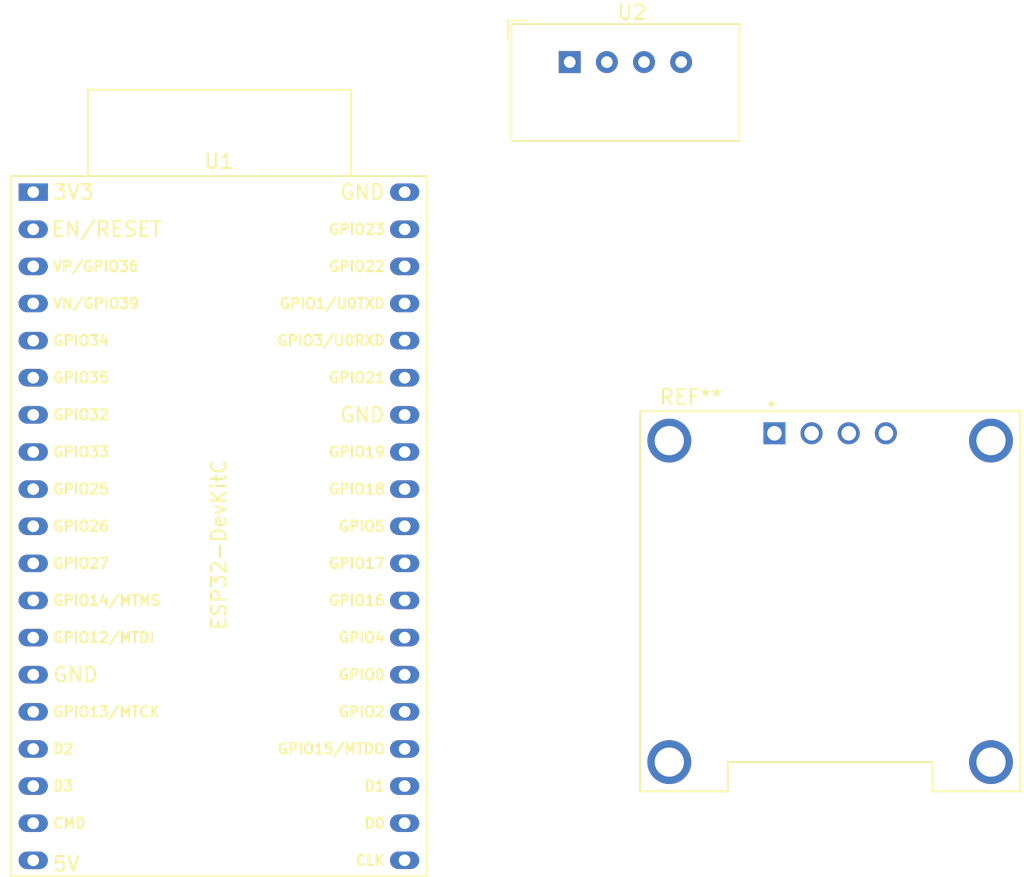
<source format=kicad_pcb>
(kicad_pcb (version 20240108) (generator "pcbnew") (generator_version "8.0")
  (layers (0 "F.Cu" signal) (31 "B.Cu" signal) (34 "B.Paste" user) (35 "F.Paste" user) (36 "B.SilkS" user "B.Silkscreen") (37 "F.SilkS" user "F.Silkscreen") (38 "B.Mask" user) (39 "F.Mask" user) (44 "Edge.Cuts" user))
  (net 0 "")
  (net 5 "GND")
  (net 12 "Net-(U1-MTMS{slash}GPIO14{slash}ADC2_CH6)")
  (net 14 "+3V3")
  (net 15 "Net-(U1-GPIO22)")
  (net 36 "Net-(U1-GPIO21)")
  (footprint "PCM_Espressif:ESP32-DevKitC" (layer "F.Cu") (at 137 74.5)
    (property "Reference" "U1" (at 12.7 -2.1 0) (layer "F.SilkS"))
    (property "Value" "ESP32-DevKitC" (at 12.7 24.13 90) (layer "F.SilkS"))
    (fp_line (start -1.5 46.82) (end 26.899999 46.82) (stroke (width 0.12)) (layer "F.SilkS"))
    (fp_line (start -1.499999 -1.1) (end -1.5 46.82) (stroke (width 0.12)) (layer "F.SilkS"))
    (fp_line (start 3.73012 -7.01312) (end 21.71332 -7.01312) (stroke (width 0.12)) (layer "F.SilkS"))
    (fp_line (start 3.73012 -1.12032) (end 3.73012 -7.01312) (stroke (width 0.12)) (layer "F.SilkS"))
    (fp_line (start 21.71332 -7.01312) (end 21.71332 -1.12032) (stroke (width 0.12)) (layer "F.SilkS"))
    (fp_line (start 26.899999 46.82) (end 26.9 -1.1) (stroke (width 0.12)) (layer "F.SilkS"))
    (fp_line (start 26.9 -1.1) (end -1.499999 -1.1) (stroke (width 0.12)) (layer "F.SilkS"))
    (fp_text user "GPIO1/U0TXD" (at 24.13 7.62 0) (layer "F.SilkS") (effects (font (size 0.7 0.7)) (justify right)))
    (fp_text user "CLK" (at 24.13 45.72 0) (layer "F.SilkS") (effects (font (size 0.7 0.7)) (justify right)))
    (fp_text user "3V3" (at 1.27 0 0) (layer "F.SilkS") (effects (justify left)))
    (fp_text user "D0" (at 24.13 43.18 0) (layer "F.SilkS") (effects (font (size 0.7 0.7)) (justify right)))
    (fp_text user "GPIO25" (at 1.27 20.32 0) (layer "F.SilkS") (effects (font (size 0.7 0.7)) (justify left)))
    (fp_text user "GND" (at 24.13 0 0) (layer "F.SilkS") (effects (justify right)))
    (fp_text user "GPIO5" (at 24.13 22.86 0) (layer "F.SilkS") (effects (font (size 0.7 0.7)) (justify right)))
    (fp_text user "D1" (at 24.13 40.64 0) (layer "F.SilkS") (effects (font (size 0.7 0.7)) (justify right)))
    (fp_text user "GPIO4" (at 24.13 30.48 0) (layer "F.SilkS") (effects (font (size 0.7 0.7)) (justify right)))
    (fp_text user "GPIO12/MTDI" (at 1.27 30.48 0) (layer "F.SilkS") (effects (font (size 0.7 0.7)) (justify left)))
    (fp_text user "GND" (at 1.27 33.02 0) (layer "F.SilkS") (effects (justify left)))
    (fp_text user "GPIO21" (at 24.13 12.7 0) (layer "F.SilkS") (effects (font (size 0.7 0.7)) (justify right)))
    (fp_text user "EN/RESET" (at 8.88632 2.53728 0) (layer "F.SilkS") (effects (justify right)))
    (fp_text user "GPIO23" (at 24.13 2.54 0) (layer "F.SilkS") (effects (font (size 0.7 0.7)) (justify right)))
    (fp_text user "D2" (at 1.27 38.1 0) (layer "F.SilkS") (effects (font (size 0.7 0.7)) (justify left)))
    (fp_text user "CMD" (at 1.27 43.18 0) (layer "F.SilkS") (effects (font (size 0.7 0.7)) (justify left)))
    (fp_text user "D3" (at 1.27 40.64 0) (layer "F.SilkS") (effects (font (size 0.7 0.7)) (justify left)))
    (fp_text user "GPIO27" (at 1.27 25.4 0) (layer "F.SilkS") (effects (font (size 0.7 0.7)) (justify left)))
    (fp_text user "GPIO0" (at 24.13 33.02 0) (layer "F.SilkS") (effects (font (size 0.7 0.7)) (justify right)))
    (fp_text user "GPIO22" (at 24.13 5.08 0) (layer "F.SilkS") (effects (font (size 0.7 0.7)) (justify right)))
    (fp_text user "GND" (at 24.13 15.24 0) (layer "F.SilkS") (effects (justify right)))
    (fp_text user "GPIO16" (at 24.13 27.94 0) (layer "F.SilkS") (effects (font (size 0.7 0.7)) (justify right)))
    (fp_text user "GPIO13/MTCK" (at 1.27 35.56 0) (layer "F.SilkS") (effects (font (size 0.7 0.7)) (justify left)))
    (fp_text user "GPIO35" (at 1.27 12.7 0) (layer "F.SilkS") (effects (font (size 0.7 0.7)) (justify left)))
    (fp_text user "GPIO32" (at 1.27 15.24 0) (layer "F.SilkS") (effects (font (size 0.7 0.7)) (justify left)))
    (fp_text user "GPIO18" (at 24.13 20.32 0) (layer "F.SilkS") (effects (font (size 0.7 0.7)) (justify right)))
    (fp_text user "VN/GPIO39" (at 1.27 7.62 0) (layer "F.SilkS") (effects (font (size 0.7 0.7)) (justify left)))
    (fp_text user "GPIO26" (at 1.27 22.86 0) (layer "F.SilkS") (effects (font (size 0.7 0.7)) (justify left)))
    (fp_text user "VP/GPIO36" (at 1.27 5.08 0) (layer "F.SilkS") (effects (font (size 0.7 0.7)) (justify left)))
    (fp_text user "GPIO3/U0RXD" (at 24.13 10.16 0) (layer "F.SilkS") (effects (font (size 0.7 0.7)) (justify right)))
    (fp_text user "GPIO15/MTDO" (at 24.13 38.1 0) (layer "F.SilkS") (effects (font (size 0.7 0.7)) (justify right)))
    (fp_text user "GPIO19" (at 24.13 17.78 0) (layer "F.SilkS") (effects (font (size 0.7 0.7)) (justify right)))
    (fp_text user "GPIO33" (at 1.27 17.78 0) (layer "F.SilkS") (effects (font (size 0.7 0.7)) (justify left)))
    (fp_text user "GPIO2" (at 24.13 35.56 0) (layer "F.SilkS") (effects (font (size 0.7 0.7)) (justify right)))
    (fp_text user "GPIO14/MTMS" (at 1.27 27.94 0) (layer "F.SilkS") (effects (font (size 0.7 0.7)) (justify left)))
    (fp_text user "5V" (at 1.26632 45.97128 0) (layer "F.SilkS") (effects (justify left)))
    (fp_text user "GPIO34" (at 1.27 10.16 0) (layer "F.SilkS") (effects (font (size 0.7 0.7)) (justify left)))
    (fp_text user "GPIO17" (at 24.13 25.4 0) (layer "F.SilkS") (effects (font (size 0.7 0.7)) (justify right)))
    (pad "1" thru_hole rect (at 0 0 270) (size 1.2 2) (drill 0.8) (layers "*.Cu" "*.Mask") (net 14 "+3V3"))
    (pad "2" thru_hole oval (at 0 2.54 270) (size 1.2 2) (drill 0.8) (layers "*.Cu" "*.Mask"))
    (pad "3" thru_hole oval (at 0 5.08 270) (size 1.2 2) (drill 0.8) (layers "*.Cu" "*.Mask"))
    (pad "4" thru_hole oval (at 0 7.62 270) (size 1.2 2) (drill 0.8) (layers "*.Cu" "*.Mask"))
    (pad "5" thru_hole oval (at 0 10.16 270) (size 1.2 2) (drill 0.8) (layers "*.Cu" "*.Mask"))
    (pad "6" thru_hole oval (at 0 12.7 270) (size 1.2 2) (drill 0.8) (layers "*.Cu" "*.Mask"))
    (pad "7" thru_hole oval (at 0 15.24 270) (size 1.2 2) (drill 0.8) (layers "*.Cu" "*.Mask"))
    (pad "8" thru_hole oval (at 0 17.78 270) (size 1.2 2) (drill 0.8) (layers "*.Cu" "*.Mask"))
    (pad "9" thru_hole oval (at 0 20.32 270) (size 1.2 2) (drill 0.8) (layers "*.Cu" "*.Mask"))
    (pad "10" thru_hole oval (at 0 22.86 270) (size 1.2 2) (drill 0.8) (layers "*.Cu" "*.Mask"))
    (pad "11" thru_hole oval (at 0 25.4 270) (size 1.2 2) (drill 0.8) (layers "*.Cu" "*.Mask"))
    (pad "12" thru_hole oval (at 0 27.94 270) (size 1.2 2) (drill 0.8) (layers "*.Cu" "*.Mask") (net 12 "Net-(U1-MTMS{slash}GPIO14{slash}ADC2_CH6)"))
    (pad "13" thru_hole oval (at 0 30.48 270) (size 1.2 2) (drill 0.8) (layers "*.Cu" "*.Mask"))
    (pad "14" thru_hole oval (at 0 33.02 270) (size 1.2 2) (drill 0.8) (layers "*.Cu" "*.Mask") (net 5 "GND"))
    (pad "15" thru_hole oval (at 0 35.56 270) (size 1.2 2) (drill 0.8) (layers "*.Cu" "*.Mask"))
    (pad "16" thru_hole oval (at 0 38.1 270) (size 1.2 2) (drill 0.8) (layers "*.Cu" "*.Mask"))
    (pad "17" thru_hole oval (at 0 40.64 270) (size 1.2 2) (drill 0.8) (layers "*.Cu" "*.Mask"))
    (pad "18" thru_hole oval (at 0 43.18 270) (size 1.2 2) (drill 0.8) (layers "*.Cu" "*.Mask"))
    (pad "19" thru_hole oval (at 0 45.72 270) (size 1.2 2) (drill 0.8) (layers "*.Cu" "*.Mask"))
    (pad "20" thru_hole oval (at 25.39632 45.71728 270) (size 1.2 2) (drill 0.8) (layers "*.Cu" "*.Mask"))
    (pad "21" thru_hole oval (at 25.39632 43.17728 270) (size 1.2 2) (drill 0.8) (layers "*.Cu" "*.Mask"))
    (pad "22" thru_hole oval (at 25.4 40.64 270) (size 1.2 2) (drill 0.8) (layers "*.Cu" "*.Mask"))
    (pad "23" thru_hole oval (at 25.4 38.1 270) (size 1.2 2) (drill 0.8) (layers "*.Cu" "*.Mask"))
    (pad "24" thru_hole oval (at 25.4 35.56 270) (size 1.2 2) (drill 0.8) (layers "*.Cu" "*.Mask"))
    (pad "25" thru_hole oval (at 25.4 33.02 270) (size 1.2 2) (drill 0.8) (layers "*.Cu" "*.Mask"))
    (pad "26" thru_hole oval (at 25.4 30.48 270) (size 1.2 2) (drill 0.8) (layers "*.Cu" "*.Mask"))
    (pad "27" thru_hole oval (at 25.4 27.94 270) (size 1.2 2) (drill 0.8) (layers "*.Cu" "*.Mask"))
    (pad "28" thru_hole oval (at 25.4 25.4 270) (size 1.2 2) (drill 0.8) (layers "*.Cu" "*.Mask"))
    (pad "29" thru_hole oval (at 25.4 22.86 270) (size 1.2 2) (drill 0.8) (layers "*.Cu" "*.Mask"))
    (pad "30" thru_hole oval (at 25.4 20.32 270) (size 1.2 2) (drill 0.8) (layers "*.Cu" "*.Mask"))
    (pad "31" thru_hole oval (at 25.4 17.78 270) (size 1.2 2) (drill 0.8) (layers "*.Cu" "*.Mask"))
    (pad "32" thru_hole oval (at 25.4 15.24 270) (size 1.2 2) (drill 0.8) (layers "*.Cu" "*.Mask") (net 5 "GND"))
    (pad "33" thru_hole oval (at 25.4 12.7 270) (size 1.2 2) (drill 0.8) (layers "*.Cu" "*.Mask") (net 36 "Net-(U1-GPIO21)"))
    (pad "34" thru_hole oval (at 25.4 10.16 270) (size 1.2 2) (drill 0.8) (layers "*.Cu" "*.Mask"))
    (pad "35" thru_hole oval (at 25.4 7.62 270) (size 1.2 2) (drill 0.8) (layers "*.Cu" "*.Mask"))
    (pad "36" thru_hole oval (at 25.4 5.08 270) (size 1.2 2) (drill 0.8) (layers "*.Cu" "*.Mask") (net 15 "Net-(U1-GPIO22)"))
    (pad "37" thru_hole oval (at 25.4 2.54 270) (size 1.2 2) (drill 0.8) (layers "*.Cu" "*.Mask"))
    (pad "38" thru_hole oval (at 25.4 0 270) (size 1.2 2) (drill 0.8) (layers "*.Cu" "*.Mask") (net 5 "GND"))
  )
  (footprint "Display:MODULE_DM-OLED096-636" (layer "F.Cu") (at 191.5 102.5)
    (property "Reference" "REF**" (at -9.525 -13.97 0) (layer "F.SilkS"))
    (property "Value" "MODULE_DM-OLED096-636")
    (fp_line (start -13 -13) (end 13 -13) (stroke (width 0.127)) (layer "F.SilkS"))
    (fp_line (start -13 13) (end -13 -13) (stroke (width 0.127)) (layer "F.SilkS"))
    (fp_line (start -7 11) (end -7 13) (stroke (width 0.127)) (layer "F.SilkS"))
    (fp_line (start -7 13) (end -13 13) (stroke (width 0.127)) (layer "F.SilkS"))
    (fp_line (start 7 11) (end -7 11) (stroke (width 0.127)) (layer "F.SilkS"))
    (fp_line (start 7 13) (end 7 11) (stroke (width 0.127)) (layer "F.SilkS"))
    (fp_line (start 13 -13) (end 13 13) (stroke (width 0.127)) (layer "F.SilkS"))
    (fp_line (start 13 13) (end 7 13) (stroke (width 0.127)) (layer "F.SilkS"))
    (fp_circle (center -4 -13.5) (end -3.9 -13.5) (stroke (width 0.2)) (fill none) (layer "F.SilkS"))
    (pad "1" thru_hole rect (at -3.81 -11.5) (size 1.508 1.508) (drill 1) (layers "*.Cu" "*.Mask"))
    (pad "2" thru_hole circle (at -1.27 -11.5) (size 1.508 1.508) (drill 1) (layers "*.Cu" "*.Mask"))
    (pad "3" thru_hole circle (at 1.27 -11.5) (size 1.508 1.508) (drill 1) (layers "*.Cu" "*.Mask"))
    (pad "4" thru_hole circle (at 3.81 -11.5) (size 1.508 1.508) (drill 1) (layers "*.Cu" "*.Mask"))
    (pad "S1" thru_hole circle (at -11 -11) (size 3 3) (drill 2) (layers "*.Cu" "*.Mask"))
    (pad "S2" thru_hole circle (at 11 -11) (size 3 3) (drill 2) (layers "*.Cu" "*.Mask"))
    (pad "S3" thru_hole circle (at 11 11) (size 3 3) (drill 2) (layers "*.Cu" "*.Mask"))
    (pad "S4" thru_hole circle (at -11 11) (size 3 3) (drill 2) (layers "*.Cu" "*.Mask"))
  )
  (footprint "Sensor:ASAIR_AM2302_P2.54mm_Vertical" (layer "F.Cu") (at 173.69 65.6)
    (property "Reference" "U2" (at 4.26 -3.4 180) (layer "F.SilkS"))
    (property "Value" "AM2302")
    (fp_line (start -4.24 -2.85) (end -2.97 -2.85) (stroke (width 0.12)) (layer "F.SilkS"))
    (fp_line (start -4.24 -1.58) (end -4.24 -2.85) (stroke (width 0.12)) (layer "F.SilkS"))
    (fp_line (start -3.99 -2.6) (end 11.61 -2.6) (stroke (width 0.12)) (layer "F.SilkS"))
    (fp_line (start -3.99 5.4) (end -3.99 -2.6) (stroke (width 0.12)) (layer "F.SilkS"))
    (fp_line (start 11.61 -2.6) (end 11.61 5.4) (stroke (width 0.12)) (layer "F.SilkS"))
    (fp_line (start 11.61 5.4) (end -3.99 5.4) (stroke (width 0.12)) (layer "F.SilkS"))
    (pad "1" thru_hole rect (at 0 0 90) (size 1.5 1.5) (drill 0.8) (layers "*.Cu" "*.Mask") (net 14 "+3V3"))
    (pad "2" thru_hole circle (at 2.54 0 90) (size 1.5 1.5) (drill 0.8) (layers "*.Cu" "*.Mask") (net 12 "Net-(U1-MTMS{slash}GPIO14{slash}ADC2_CH6)"))
    (pad "3" thru_hole circle (at 5.08 0 90) (size 1.5 1.5) (drill 0.8) (layers "*.Cu" "*.Mask") (net 5 "GND"))
    (pad "4" thru_hole circle (at 7.62 0 90) (size 1.5 1.5) (drill 0.8) (layers "*.Cu" "*.Mask") (net 5 "GND"))
  )
)
</source>
